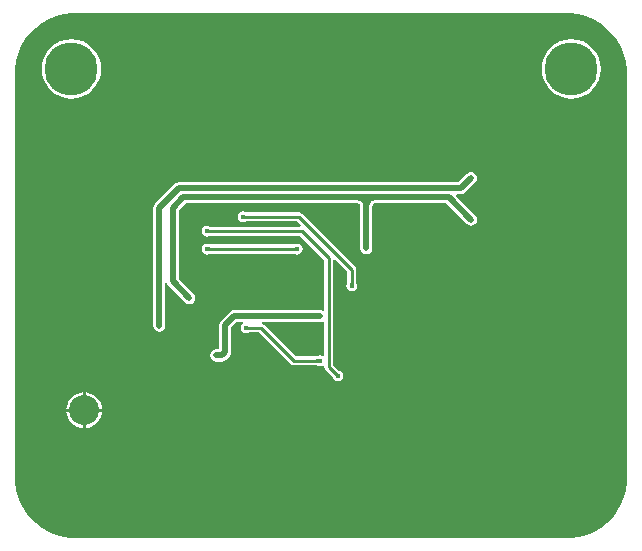
<source format=gbl>
G04*
G04 #@! TF.GenerationSoftware,Altium Limited,Altium Designer,22.2.1 (43)*
G04*
G04 Layer_Physical_Order=4*
G04 Layer_Color=16711680*
%FSLAX25Y25*%
%MOIN*%
G70*
G04*
G04 #@! TF.SameCoordinates,8C13D30C-EDE4-482D-8627-422F1F93D62C*
G04*
G04*
G04 #@! TF.FilePolarity,Positive*
G04*
G01*
G75*
%ADD11C,0.01000*%
%ADD53C,0.02000*%
%ADD54C,0.17717*%
%ADD55C,0.10000*%
%ADD56C,0.02800*%
%ADD57C,0.01600*%
G36*
X471520Y433649D02*
X474114Y432955D01*
X476595Y431927D01*
X478920Y430584D01*
X481051Y428949D01*
X482949Y427051D01*
X484584Y424920D01*
X485927Y422595D01*
X486954Y420114D01*
X487649Y417520D01*
X488000Y414857D01*
Y413515D01*
X488000D01*
X488000Y413515D01*
X488000Y411515D01*
X488000Y279000D01*
X488000Y277689D01*
X487658Y275090D01*
X486979Y272557D01*
X485976Y270135D01*
X484665Y267865D01*
X483069Y265785D01*
X481215Y263931D01*
X479135Y262335D01*
X476865Y261024D01*
X474443Y260021D01*
X471910Y259342D01*
X469311Y259000D01*
X302689D01*
X300090Y259342D01*
X297557Y260021D01*
X295135Y261024D01*
X292865Y262335D01*
X290785Y263931D01*
X288931Y265785D01*
X287335Y267865D01*
X286024Y270135D01*
X285021Y272557D01*
X284342Y275090D01*
X284000Y277689D01*
Y279000D01*
X284000Y413500D01*
X284000Y414000D01*
Y415311D01*
X284342Y417910D01*
X285021Y420443D01*
X286024Y422865D01*
X287335Y425135D01*
X288931Y427215D01*
X290785Y429069D01*
X292865Y430665D01*
X295135Y431976D01*
X297557Y432979D01*
X300090Y433658D01*
X302689Y434000D01*
X304000D01*
X304000Y434000D01*
X468857D01*
X471520Y433649D01*
D02*
G37*
%LPC*%
G36*
X469311Y425217D02*
X467378Y425027D01*
X465520Y424463D01*
X463807Y423547D01*
X462306Y422316D01*
X461074Y420814D01*
X460159Y419102D01*
X459595Y417243D01*
X459405Y415311D01*
X459595Y413378D01*
X460159Y411520D01*
X461074Y409807D01*
X462306Y408306D01*
X463807Y407074D01*
X465520Y406159D01*
X467378Y405595D01*
X469311Y405405D01*
X471243Y405595D01*
X473102Y406159D01*
X474814Y407074D01*
X476315Y408306D01*
X477547Y409807D01*
X478463Y411520D01*
X479027Y413378D01*
X479217Y415311D01*
X479027Y417243D01*
X478463Y419102D01*
X477547Y420814D01*
X476315Y422316D01*
X474814Y423547D01*
X473102Y424463D01*
X471243Y425027D01*
X469311Y425217D01*
D02*
G37*
G36*
X302689D02*
X300757Y425027D01*
X298898Y424463D01*
X297186Y423547D01*
X295685Y422316D01*
X294453Y420814D01*
X293537Y419102D01*
X292973Y417243D01*
X292783Y415311D01*
X292973Y413378D01*
X293537Y411520D01*
X294453Y409807D01*
X295685Y408306D01*
X297186Y407074D01*
X298898Y406159D01*
X300757Y405595D01*
X302689Y405405D01*
X304622Y405595D01*
X306480Y406159D01*
X308193Y407074D01*
X309694Y408306D01*
X310926Y409807D01*
X311841Y411520D01*
X312405Y413378D01*
X312595Y415311D01*
X312405Y417243D01*
X311841Y419102D01*
X310926Y420814D01*
X309694Y422316D01*
X308193Y423547D01*
X306480Y424463D01*
X304622Y425027D01*
X302689Y425217D01*
D02*
G37*
G36*
X435932Y380980D02*
X435152Y380825D01*
X434490Y380383D01*
X431647Y377539D01*
X338500D01*
X337720Y377384D01*
X337058Y376942D01*
X330558Y370442D01*
X330116Y369780D01*
X329961Y369000D01*
Y329700D01*
X330116Y328920D01*
X330558Y328258D01*
X331220Y327816D01*
X332000Y327661D01*
X332780Y327816D01*
X333442Y328258D01*
X333884Y328920D01*
X334039Y329700D01*
Y344057D01*
X334539Y344106D01*
X334616Y343720D01*
X335058Y343058D01*
X340558Y337558D01*
X341220Y337116D01*
X342000Y336961D01*
X342780Y337116D01*
X343442Y337558D01*
X343884Y338220D01*
X344039Y339000D01*
X343884Y339780D01*
X343442Y340442D01*
X338539Y345345D01*
Y368155D01*
X340845Y370461D01*
X398288D01*
X398469Y370429D01*
X398614Y370381D01*
X398710Y370329D01*
X398775Y370275D01*
X398829Y370210D01*
X398881Y370114D01*
X398929Y369969D01*
X398961Y369788D01*
Y355500D01*
X399116Y354720D01*
X399558Y354058D01*
X400220Y353616D01*
X401000Y353461D01*
X401780Y353616D01*
X402442Y354058D01*
X402884Y354720D01*
X403039Y355500D01*
Y369788D01*
X403071Y369969D01*
X403119Y370114D01*
X403171Y370210D01*
X403225Y370275D01*
X403290Y370329D01*
X403386Y370381D01*
X403531Y370429D01*
X403712Y370461D01*
X427647D01*
X434490Y363617D01*
X435152Y363175D01*
X435932Y363020D01*
X436713Y363175D01*
X437374Y363617D01*
X437816Y364279D01*
X437971Y365059D01*
X437816Y365840D01*
X437374Y366501D01*
X430877Y372999D01*
X431068Y373461D01*
X432492D01*
X433272Y373616D01*
X433934Y374058D01*
X437374Y377499D01*
X437816Y378160D01*
X437971Y378941D01*
X437816Y379721D01*
X437374Y380383D01*
X436713Y380825D01*
X435932Y380980D01*
D02*
G37*
G36*
X360000Y367835D02*
X359298Y367696D01*
X358702Y367298D01*
X358304Y366702D01*
X358165Y366000D01*
X358304Y365298D01*
X358702Y364702D01*
X359298Y364304D01*
X360000Y364165D01*
X360702Y364304D01*
X360951Y364471D01*
X377919D01*
X379177Y363212D01*
X378970Y362713D01*
X348951D01*
X348702Y362879D01*
X348000Y363018D01*
X347298Y362879D01*
X346702Y362481D01*
X346304Y361885D01*
X346165Y361183D01*
X346304Y360481D01*
X346702Y359885D01*
X347298Y359488D01*
X348000Y359348D01*
X348702Y359488D01*
X348951Y359654D01*
X378855D01*
X386971Y351538D01*
Y335024D01*
X386471Y334757D01*
X386280Y334884D01*
X385500Y335039D01*
X357000D01*
X356220Y334884D01*
X355558Y334442D01*
X352558Y331442D01*
X352116Y330780D01*
X351961Y330000D01*
Y321838D01*
X351000D01*
X350220Y321683D01*
X349558Y321241D01*
X349116Y320580D01*
X348961Y319799D01*
X349116Y319019D01*
X349558Y318357D01*
X350220Y317915D01*
X351000Y317760D01*
X352828D01*
X353609Y317915D01*
X354270Y318357D01*
X355442Y319529D01*
X355442Y319529D01*
X355884Y320190D01*
X356039Y320971D01*
Y329155D01*
X357845Y330961D01*
X359795D01*
X359946Y330461D01*
X359702Y330298D01*
X359304Y329702D01*
X359165Y329000D01*
X359304Y328298D01*
X359702Y327702D01*
X360298Y327304D01*
X361000Y327165D01*
X361702Y327304D01*
X361951Y327471D01*
X365222D01*
X375774Y316919D01*
X376271Y316587D01*
X376856Y316471D01*
X384549D01*
X384798Y316304D01*
X385500Y316165D01*
X386202Y316304D01*
X386471Y316484D01*
X386971Y316216D01*
Y316000D01*
X387087Y315415D01*
X387419Y314919D01*
X389746Y312591D01*
X389804Y312298D01*
X390202Y311702D01*
X390798Y311304D01*
X391500Y311165D01*
X392202Y311304D01*
X392798Y311702D01*
X393196Y312298D01*
X393335Y313000D01*
X393196Y313702D01*
X392798Y314298D01*
X392202Y314696D01*
X391909Y314754D01*
X390029Y316634D01*
Y351653D01*
X390529Y351860D01*
X394591Y347799D01*
Y343951D01*
X394424Y343702D01*
X394285Y343000D01*
X394424Y342298D01*
X394822Y341702D01*
X395418Y341304D01*
X396120Y341165D01*
X396822Y341304D01*
X397418Y341702D01*
X397816Y342298D01*
X397955Y343000D01*
X397816Y343702D01*
X397649Y343951D01*
Y348433D01*
X397533Y349018D01*
X397201Y349514D01*
X379634Y367081D01*
X379138Y367413D01*
X378553Y367529D01*
X360951D01*
X360702Y367696D01*
X360000Y367835D01*
D02*
G37*
G36*
X378000Y357113D02*
X377298Y356973D01*
X377049Y356807D01*
X348951D01*
X348702Y356973D01*
X348000Y357113D01*
X347298Y356973D01*
X346702Y356575D01*
X346304Y355980D01*
X346165Y355278D01*
X346304Y354575D01*
X346702Y353980D01*
X347298Y353582D01*
X348000Y353442D01*
X348702Y353582D01*
X348951Y353748D01*
X377049D01*
X377298Y353582D01*
X378000Y353442D01*
X378702Y353582D01*
X379298Y353980D01*
X379696Y354575D01*
X379835Y355278D01*
X379696Y355980D01*
X379298Y356575D01*
X378702Y356973D01*
X378000Y357113D01*
D02*
G37*
G36*
X307500Y307492D02*
Y302013D01*
X312980D01*
X312913Y302689D01*
X312570Y303820D01*
X312013Y304862D01*
X311263Y305776D01*
X310349Y306526D01*
X309307Y307083D01*
X308176Y307426D01*
X307500Y307492D01*
D02*
G37*
G36*
X306500D02*
X305824Y307426D01*
X304693Y307083D01*
X303650Y306526D01*
X302737Y305776D01*
X301987Y304862D01*
X301430Y303820D01*
X301087Y302689D01*
X301020Y302013D01*
X306500D01*
Y307492D01*
D02*
G37*
G36*
X312980Y301013D02*
X307500D01*
Y295533D01*
X308176Y295599D01*
X309307Y295942D01*
X310349Y296500D01*
X311263Y297249D01*
X312013Y298163D01*
X312570Y299205D01*
X312913Y300336D01*
X312980Y301013D01*
D02*
G37*
G36*
X306500D02*
X301020D01*
X301087Y300336D01*
X301430Y299205D01*
X301987Y298163D01*
X302737Y297249D01*
X303650Y296500D01*
X304693Y295942D01*
X305824Y295599D01*
X306500Y295533D01*
Y301013D01*
D02*
G37*
%LPD*%
G36*
X404000Y371500D02*
X403620Y371480D01*
X403280Y371420D01*
X402980Y371320D01*
X402720Y371180D01*
X402500Y371000D01*
X402320Y370780D01*
X402180Y370520D01*
X402080Y370220D01*
X402020Y369880D01*
X402000Y369500D01*
X400000D01*
X399980Y369880D01*
X399920Y370220D01*
X399820Y370520D01*
X399680Y370780D01*
X399500Y371000D01*
X399280Y371180D01*
X399020Y371320D01*
X398720Y371420D01*
X398380Y371480D01*
X398000Y371500D01*
X401000Y373500D01*
X404000Y371500D01*
D02*
G37*
G36*
X396621Y344014D02*
X396642Y343685D01*
X396649Y343644D01*
X396658Y343612D01*
X396669Y343587D01*
X396680Y343571D01*
X395560D01*
X395571Y343587D01*
X395582Y343612D01*
X395591Y343644D01*
X395598Y343685D01*
X395605Y343734D01*
X395615Y343857D01*
X395620Y344105D01*
X396620D01*
X396621Y344014D01*
D02*
G37*
G36*
X386971Y330976D02*
Y319784D01*
X386471Y319516D01*
X386202Y319696D01*
X385500Y319835D01*
X384798Y319696D01*
X384549Y319529D01*
X377489D01*
X366937Y330081D01*
X366441Y330413D01*
X366201Y330461D01*
X366250Y330961D01*
X385500D01*
X386280Y331116D01*
X386471Y331243D01*
X386971Y330976D01*
D02*
G37*
G36*
X384929Y317440D02*
X384913Y317451D01*
X384889Y317462D01*
X384856Y317471D01*
X384815Y317478D01*
X384766Y317485D01*
X384643Y317495D01*
X384396Y317500D01*
Y318500D01*
X384486Y318501D01*
X384815Y318522D01*
X384856Y318529D01*
X384889Y318538D01*
X384913Y318549D01*
X384929Y318560D01*
Y317440D01*
D02*
G37*
G36*
X391137Y314071D02*
X391385Y313853D01*
X391419Y313830D01*
X391448Y313813D01*
X391473Y313803D01*
X391492Y313800D01*
X390700Y313008D01*
X390697Y313027D01*
X390687Y313052D01*
X390670Y313081D01*
X390647Y313115D01*
X390617Y313155D01*
X390536Y313249D01*
X390366Y313427D01*
X391073Y314135D01*
X391137Y314071D01*
D02*
G37*
G36*
X377429Y354718D02*
X377413Y354729D01*
X377389Y354739D01*
X377356Y354748D01*
X377315Y354756D01*
X377266Y354763D01*
X377143Y354772D01*
X376895Y354778D01*
Y355778D01*
X376986Y355778D01*
X377315Y355799D01*
X377356Y355807D01*
X377389Y355816D01*
X377413Y355826D01*
X377429Y355838D01*
Y354718D01*
D02*
G37*
G36*
X348587Y355826D02*
X348611Y355816D01*
X348644Y355807D01*
X348685Y355799D01*
X348734Y355793D01*
X348857Y355783D01*
X349104Y355778D01*
Y354778D01*
X349014Y354777D01*
X348685Y354756D01*
X348644Y354748D01*
X348611Y354739D01*
X348587Y354729D01*
X348571Y354718D01*
Y355838D01*
X348587Y355826D01*
D02*
G37*
D11*
X378553Y366000D02*
X396120Y348433D01*
X360000Y366000D02*
X378553D01*
X361000Y329000D02*
X365856D01*
X376856Y318000D01*
X379488Y361183D02*
X388500Y352172D01*
X348000Y361183D02*
X379488D01*
X376856Y318000D02*
X385500D01*
X388500Y316000D02*
X391500Y313000D01*
X388500Y316000D02*
Y352172D01*
X348000Y355278D02*
X378000D01*
X396120Y343000D02*
Y348433D01*
D53*
X401000Y372500D02*
X428492D01*
X435932Y365059D01*
X357000Y333000D02*
X385500D01*
X354000Y330000D02*
X357000Y333000D01*
X432492Y375500D02*
X435932Y378941D01*
X332000Y369000D02*
X338500Y375500D01*
X432492D01*
X361500Y372500D02*
X401000D01*
X340000D02*
X361500D01*
X336500Y344500D02*
Y369000D01*
X340000Y372500D01*
X332000Y329700D02*
Y369000D01*
X351000Y319799D02*
X352828D01*
X354000Y320971D01*
Y330000D01*
X336500Y344500D02*
X342000Y339000D01*
X401000Y355500D02*
Y372500D01*
D54*
X302689Y415311D02*
D03*
X469311D02*
D03*
D55*
X307000Y301513D02*
D03*
D56*
X349306Y296545D02*
D03*
X325800D02*
D03*
X337553Y329200D02*
D03*
X442900Y289200D02*
D03*
X480400Y406100D02*
D03*
Y376100D02*
D03*
X472900Y361100D02*
D03*
X480400Y346100D02*
D03*
X472900Y331100D02*
D03*
X480400Y316100D02*
D03*
X472900Y301100D02*
D03*
X480400Y286100D02*
D03*
X472900Y271100D02*
D03*
X457900Y421100D02*
D03*
X465400Y376100D02*
D03*
X450400Y406100D02*
D03*
X442900Y271100D02*
D03*
X427900Y421100D02*
D03*
Y391100D02*
D03*
Y361100D02*
D03*
X435400Y346100D02*
D03*
X427900Y331100D02*
D03*
X435400Y316100D02*
D03*
X427900Y271100D02*
D03*
X412900Y421100D02*
D03*
Y391100D02*
D03*
Y361100D02*
D03*
Y331100D02*
D03*
X420400Y316100D02*
D03*
X412900Y271100D02*
D03*
X397900Y421100D02*
D03*
X405400Y286100D02*
D03*
X397900Y271100D02*
D03*
X382900Y421100D02*
D03*
X390400Y286100D02*
D03*
X382900Y271100D02*
D03*
X367900Y421100D02*
D03*
Y301100D02*
D03*
Y271100D02*
D03*
X352900Y421100D02*
D03*
Y271100D02*
D03*
X337900Y391100D02*
D03*
X345400Y286100D02*
D03*
X337900Y271100D02*
D03*
X322900Y421100D02*
D03*
X330400Y406100D02*
D03*
X322900Y391100D02*
D03*
X330400Y376100D02*
D03*
Y286100D02*
D03*
X322900Y271100D02*
D03*
X315400Y406100D02*
D03*
X307900Y361100D02*
D03*
Y331100D02*
D03*
X315400Y316100D02*
D03*
Y286100D02*
D03*
X307900Y271100D02*
D03*
D57*
X360000Y366000D02*
D03*
X361000Y329000D02*
D03*
X355500Y285500D02*
D03*
X365500D02*
D03*
X361500Y372500D02*
D03*
X385500Y313000D02*
D03*
X435932Y365059D02*
D03*
Y378941D02*
D03*
X338500Y375500D02*
D03*
X351000Y319799D02*
D03*
X391500Y313000D02*
D03*
X342000Y339000D02*
D03*
X332000Y329700D02*
D03*
X378000Y355278D02*
D03*
X348000Y361183D02*
D03*
X401000Y355500D02*
D03*
X408000Y341500D02*
D03*
X418500D02*
D03*
X391500Y318000D02*
D03*
X385500D02*
D03*
Y333000D02*
D03*
X396120Y343000D02*
D03*
X348000Y355278D02*
D03*
X396204Y339544D02*
D03*
M02*

</source>
